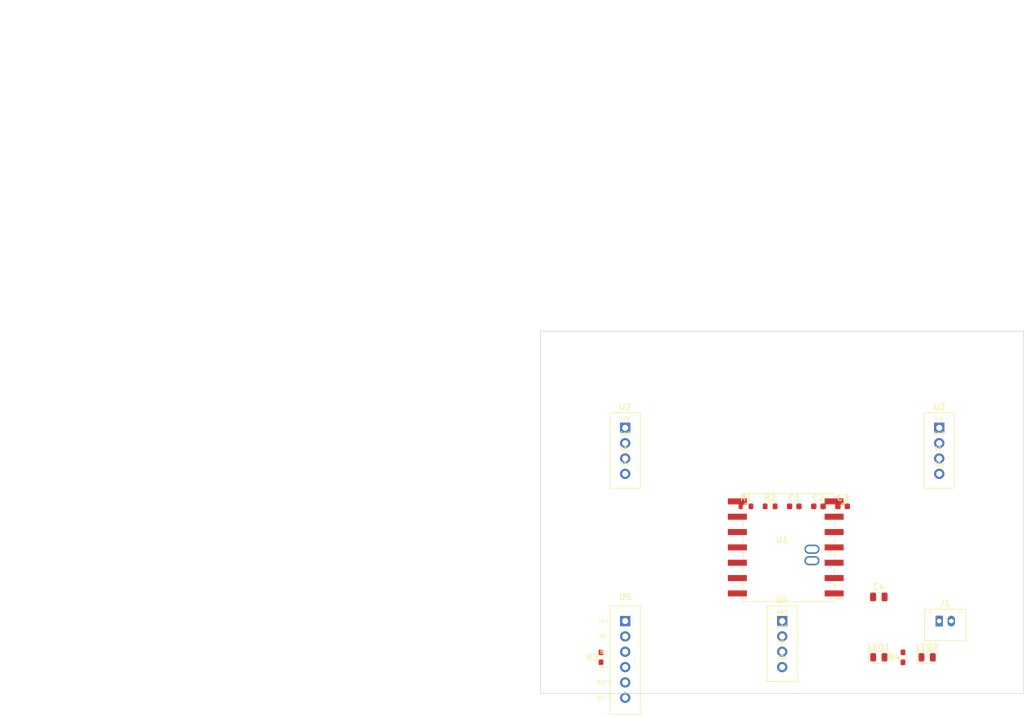
<source format=kicad_pcb>
(kicad_pcb (version 20231120) (generator "kicad_mcp") (generator_version "9.0")
  (layers (0 "F.Cu" signal) (31 "B.Cu" signal) (36 "B.SilkS" user "B.Silkscreen") (37 "F.SilkS" user "F.Silkscreen") (38 "B.Mask" user) (39 "F.Mask" user) (44 "Edge.Cuts" user))
  (net 0 "")
  (gr_rect (start 10.0 10.0) (end 90.0 70.0) (stroke (width 0.1)) (fill none) (layer "Edge.Cuts"))
  (footprint "AirQuality:XIAO_ESP32C3" (at 50.0 44.0 180.0) (layer "F.Cu")
    (fp_text reference "U1" (at 0 -0.5 unlocked) (layer "F.SilkS"))
    (fp_text value "XIAO_ESP32C3")
    (fp_line (start -10.115 -10.18) (end -8.675 -10.18) (stroke (width 0.12)) (layer "F.SilkS"))
    (fp_line (start -8.675 -10.75) (end -8.675 -10.18) (stroke (width 0.12)) (layer "F.SilkS"))
    (fp_line (start -8.675 -10.75) (end 6.5 -10.75) (stroke (width 0.12)) (layer "F.SilkS"))
    (fp_line (start -8.675 -8.66) (end -8.675 -7.64) (stroke (width 0.12)) (layer "F.SilkS"))
    (fp_line (start -8.675 -6.12) (end -8.675 -5.1) (stroke (width 0.12)) (layer "F.SilkS"))
    (fp_line (start -8.675 -3.58) (end -8.675 -2.56) (stroke (width 0.12)) (layer "F.SilkS"))
    (fp_line (start -8.675 -1.04) (end -8.675 -0.02) (stroke (width 0.12)) (layer "F.SilkS"))
    (fp_line (start -8.675 1.5) (end -8.675 2.52) (stroke (width 0.12)) (layer "F.SilkS"))
    (fp_line (start -8.675 4.04) (end -8.675 5.06) (stroke (width 0.12)) (layer "F.SilkS"))
    (fp_line (start -8.675 6.58) (end -8.675 7.15) (stroke (width 0.12)) (layer "F.SilkS"))
    (fp_line (start -8.675 7.15) (end 6.5 7.15) (stroke (width 0.12)) (layer "F.SilkS"))
    (fp_line (start 6.5 -10.75) (end 6.5 -10.18) (stroke (width 0.12)) (layer "F.SilkS"))
    (fp_line (start 6.5 -8.66) (end 6.5 -7.64) (stroke (width 0.12)) (layer "F.SilkS"))
    (fp_line (start 6.5 -6.12) (end 6.5 -5.1) (stroke (width 0.12)) (layer "F.SilkS"))
    (fp_line (start 6.5 -3.58) (end 6.5 -2.56) (stroke (width 0.12)) (layer "F.SilkS"))
    (fp_line (start 6.5 -1.04) (end 6.5 -0.02) (stroke (width 0.12)) (layer "F.SilkS"))
    (fp_line (start 6.5 1.5) (end 6.5 2.52) (stroke (width 0.12)) (layer "F.SilkS"))
    (fp_line (start 6.5 4.04) (end 6.5 5.06) (stroke (width 0.12)) (layer "F.SilkS"))
    (fp_line (start 6.5 6.58) (end 6.5 7.15) (stroke (width 0.12)) (layer "F.SilkS"))
    (pad "1" smd rect (at -8.6 -9.42) (size 3.15 1) (layers "F.Cu" "F.Paste" "F.Mask"))
    (pad "2" smd rect (at -8.6 -6.88) (size 3.15 1) (layers "F.Cu" "F.Paste" "F.Mask"))
    (pad "3" smd rect (at -8.6 -4.34) (size 3.15 1) (layers "F.Cu" "F.Paste" "F.Mask"))
    (pad "4" smd rect (at -8.6 -1.8) (size 3.15 1) (layers "F.Cu" "F.Paste" "F.Mask"))
    (pad "5" smd rect (at -8.6 0.74) (size 3.15 1) (layers "F.Cu" "F.Paste" "F.Mask"))
    (pad "6" smd rect (at -8.6 3.28) (size 3.15 1) (layers "F.Cu" "F.Paste" "F.Mask"))
    (pad "7" smd rect (at -8.6 5.82) (size 3.15 1) (layers "F.Cu" "F.Paste" "F.Mask"))
    (pad "8" smd rect (at 7.425 5.82) (size 3.15 1) (layers "F.Cu" "F.Paste" "F.Mask"))
    (pad "9" smd rect (at 7.425 3.28) (size 3.15 1) (layers "F.Cu" "F.Paste" "F.Mask"))
    (pad "10" smd rect (at 7.425 0.74) (size 3.15 1) (layers "F.Cu" "F.Paste" "F.Mask"))
    (pad "11" smd rect (at 7.425 -1.8) (size 3.15 1) (layers "F.Cu" "F.Paste" "F.Mask"))
    (pad "12" smd rect (at 7.425 -4.34) (size 3.15 1) (layers "F.Cu" "F.Paste" "F.Mask"))
    (pad "13" smd rect (at 7.425 -6.88) (size 3.15 1) (layers "F.Cu" "F.Paste" "F.Mask"))
    (pad "14" smd rect (at 7.425 -9.42) (size 3.15 1) (layers "F.Cu" "F.Paste" "F.Mask"))
    (pad "B+" thru_hole oval (at -4.94 -2.1) (size 2.5 1.5) (drill oval 2 1) (layers "*.Cu" "*.Mask"))
    (pad "B-" thru_hole oval (at -4.929 -4) (size 2.5 1.5) (drill oval 2 1) (layers "*.Cu" "*.Mask"))
  )
  (footprint "AirQuality:Adafruit_SCD41" (at 24.0 26.0) (layer "F.Cu")
    (fp_text reference "U2" (at 0 -3.5) (layer "F.SilkS"))
    (fp_text value "Adafruit_SCD41")
    (fp_text user "VIN" (at 0 -1.5) (layer "F.SilkS") (effects (font (size 0.6 0.6) (thickness 0.1))))
    (fp_text user "GND" (at 0 1) (layer "F.SilkS") (effects (font (size 0.6 0.6) (thickness 0.1))))
    (fp_text user "SCL" (at 0 3.5) (layer "F.SilkS") (effects (font (size 0.6 0.6) (thickness 0.1))))
    (fp_text user "SDA" (at 0 6) (layer "F.SilkS") (effects (font (size 0.6 0.6) (thickness 0.1))))
    (fp_line (start -2.5 -2.5) (end 2.5 -2.5) (layer "F.SilkS") (stroke (width 0.12)))
    (fp_line (start 2.5 -2.5) (end 2.5 10) (layer "F.SilkS") (stroke (width 0.12)))
    (fp_line (start 2.5 10) (end -2.5 10) (layer "F.SilkS") (stroke (width 0.12)))
    (fp_line (start -2.5 10) (end -2.5 -2.5) (layer "F.SilkS") (stroke (width 0.12)))
    (pad "1" thru_hole rect (at 0 0) (size 1.7 1.7) (drill 1.0) (layers "*.Cu" "*.Mask") (property "Pad Name" "VIN"))
    (pad "2" thru_hole oval (at 0 2.54) (size 1.7 1.7) (drill 1.0) (layers "*.Cu" "*.Mask") (property "Pad Name" "GND"))
    (pad "3" thru_hole oval (at 0 5.08) (size 1.7 1.7) (drill 1.0) (layers "*.Cu" "*.Mask") (property "Pad Name" "SCL"))
    (pad "4" thru_hole oval (at 0 7.62) (size 1.7 1.7) (drill 1.0) (layers "*.Cu" "*.Mask") (property "Pad Name" "SDA"))
  )
  (footprint "AirQuality:Adafruit_SGP41" (at 76.0 26.0) (layer "F.Cu")
    (fp_text reference "U3" (at 0 -3.5) (layer "F.SilkS"))
    (fp_text value "Adafruit_SGP41")
    (fp_text user "VIN" (at 0 -1.5) (layer "F.SilkS") (effects (font (size 0.6 0.6) (thickness 0.1))))
    (fp_text user "GND" (at 0 1) (layer "F.SilkS") (effects (font (size 0.6 0.6) (thickness 0.1))))
    (fp_text user "SCL" (at 0 3.5) (layer "F.SilkS") (effects (font (size 0.6 0.6) (thickness 0.1))))
    (fp_text user "SDA" (at 0 6) (layer "F.SilkS") (effects (font (size 0.6 0.6) (thickness 0.1))))
    (fp_line (start -2.5 -2.5) (end 2.5 -2.5) (layer "F.SilkS") (stroke (width 0.12)))
    (fp_line (start 2.5 -2.5) (end 2.5 10) (layer "F.SilkS") (stroke (width 0.12)))
    (fp_line (start 2.5 10) (end -2.5 10) (layer "F.SilkS") (stroke (width 0.12)))
    (fp_line (start -2.5 10) (end -2.5 -2.5) (layer "F.SilkS") (stroke (width 0.12)))
    (pad "1" thru_hole rect (at 0 0) (size 1.7 1.7) (drill 1.0) (layers "*.Cu" "*.Mask") (property "Pad Name" "VIN"))
    (pad "2" thru_hole oval (at 0 2.54) (size 1.7 1.7) (drill 1.0) (layers "*.Cu" "*.Mask") (property "Pad Name" "GND"))
    (pad "3" thru_hole oval (at 0 5.08) (size 1.7 1.7) (drill 1.0) (layers "*.Cu" "*.Mask") (property "Pad Name" "SCL"))
    (pad "4" thru_hole oval (at 0 7.62) (size 1.7 1.7) (drill 1.0) (layers "*.Cu" "*.Mask") (property "Pad Name" "SDA"))
  )
  (footprint "AirQuality:SSD1306_OLED_128x64" (at 50.0 58.0) (layer "F.Cu")
    (fp_text reference "U4" (at 0 -3.5) (layer "F.SilkS"))
    (fp_text value "SSD1306_OLED_128x64")
    (fp_text user "GND" (at 0 -1.5) (layer "F.SilkS") (effects (font (size 0.6 0.6) (thickness 0.1))))
    (fp_text user "VCC" (at 0 1) (layer "F.SilkS") (effects (font (size 0.6 0.6) (thickness 0.1))))
    (fp_text user "SCL" (at 0 3.5) (layer "F.SilkS") (effects (font (size 0.6 0.6) (thickness 0.1))))
    (fp_text user "SDA" (at 0 6) (layer "F.SilkS") (effects (font (size 0.6 0.6) (thickness 0.1))))
    (fp_line (start -2.5 -2.5) (end 2.5 -2.5) (layer "F.SilkS") (stroke (width 0.12)))
    (fp_line (start 2.5 -2.5) (end 2.5 10) (layer "F.SilkS") (stroke (width 0.12)))
    (fp_line (start 2.5 10) (end -2.5 10) (layer "F.SilkS") (stroke (width 0.12)))
    (fp_line (start -2.5 10) (end -2.5 -2.5) (layer "F.SilkS") (stroke (width 0.12)))
    (pad "1" thru_hole rect (at 0 0) (size 1.7 1.7) (drill 1.0) (layers "*.Cu" "*.Mask") (property "Pad Name" "GND"))
    (pad "2" thru_hole oval (at 0 2.54) (size 1.7 1.7) (drill 1.0) (layers "*.Cu" "*.Mask") (property "Pad Name" "VCC"))
    (pad "3" thru_hole oval (at 0 5.08) (size 1.7 1.7) (drill 1.0) (layers "*.Cu" "*.Mask") (property "Pad Name" "SCL"))
    (pad "4" thru_hole oval (at 0 7.62) (size 1.7 1.7) (drill 1.0) (layers "*.Cu" "*.Mask") (property "Pad Name" "SDA"))
  )
  (footprint "AirQuality:TP4056_USB-C_Module" (at 24.0 58.0) (layer "F.Cu")
    (fp_text reference "U5" (at 0 -4) (layer "F.SilkS"))
    (fp_text value "TP4056_USB-C_Module")
    (fp_text user "IN+" (at -3.5 0) (layer "F.SilkS") (effects (font (size 0.6 0.6) (thickness 0.1))))
    (fp_text user "IN-" (at -3.5 2.54) (layer "F.SilkS") (effects (font (size 0.6 0.6) (thickness 0.1))))
    (fp_text user "B+" (at -3.5 5.08) (layer "F.SilkS") (effects (font (size 0.6 0.6) (thickness 0.1))))
    (fp_text user "B-" (at -3.5 7.62) (layer "F.SilkS") (effects (font (size 0.6 0.6) (thickness 0.1))))
    (fp_text user "OUT+" (at -3.5 10.16) (layer "F.SilkS") (effects (font (size 0.6 0.6) (thickness 0.1))))
    (fp_text user "OUT-" (at -3.5 12.7) (layer "F.SilkS") (effects (font (size 0.6 0.6) (thickness 0.1))))
    (fp_line (start -2.5 -2.5) (end 2.5 -2.5) (layer "F.SilkS") (stroke (width 0.12)))
    (fp_line (start 2.5 -2.5) (end 2.5 15.5) (layer "F.SilkS") (stroke (width 0.12)))
    (fp_line (start 2.5 15.5) (end -2.5 15.5) (layer "F.SilkS") (stroke (width 0.12)))
    (fp_line (start -2.5 15.5) (end -2.5 -2.5) (layer "F.SilkS") (stroke (width 0.12)))
    (pad "1" thru_hole rect (at 0 0) (size 1.7 1.7) (drill 1.0) (layers "*.Cu" "*.Mask") (property "Pad Name" "IN+"))
    (pad "2" thru_hole oval (at 0 2.54) (size 1.7 1.7) (drill 1.0) (layers "*.Cu" "*.Mask") (property "Pad Name" "IN-"))
    (pad "3" thru_hole oval (at 0 5.08) (size 1.7 1.7) (drill 1.0) (layers "*.Cu" "*.Mask") (property "Pad Name" "B+"))
    (pad "4" thru_hole oval (at 0 7.62) (size 1.7 1.7) (drill 1.0) (layers "*.Cu" "*.Mask") (property "Pad Name" "B-"))
    (pad "5" thru_hole oval (at 0 10.16) (size 1.7 1.7) (drill 1.0) (layers "*.Cu" "*.Mask") (property "Pad Name" "OUT+"))
    (pad "6" thru_hole oval (at 0 12.7) (size 1.7 1.7) (drill 1.0) (layers "*.Cu" "*.Mask") (property "Pad Name" "OUT-"))
  )
  (footprint "AirQuality:JST_PH_2pin_Battery" (at 76.0 58.0) (layer "F.Cu")
    (fp_text reference "J1" (at 1 -3) (layer "F.SilkS"))
    (fp_text value "JST_PH_2pin_Battery")
    (fp_text user "+" (at -1.5 -1.5) (layer "F.SilkS") (effects (font (size 0.8 0.8) (thickness 0.12))))
    (fp_text user "-" (at 3.5 -1.5) (layer "F.SilkS") (effects (font (size 0.8 0.8) (thickness 0.12))))
    (fp_line (start -2.45 -1.95) (end -2.45 3.25) (layer "F.SilkS") (stroke (width 0.12)))
    (fp_line (start -2.45 3.25) (end 4.45 3.25) (layer "F.SilkS") (stroke (width 0.12)))
    (fp_line (start 4.45 3.25) (end 4.45 -1.95) (layer "F.SilkS") (stroke (width 0.12)))
    (fp_line (start 4.45 -1.95) (end -2.45 -1.95) (layer "F.SilkS") (stroke (width 0.12)))
    (pad "1" thru_hole rect (at 0 0) (size 1.2 1.75) (drill 0.75) (layers "*.Cu" "*.Mask") (property "Pad Name" "VBAT"))
    (pad "2" thru_hole oval (at 2 0) (size 1.2 1.75) (drill 0.75) (layers "*.Cu" "*.Mask") (property "Pad Name" "GND"))
  )
  (footprint "Resistor_SMD:R_0603_1608Metric" (at 44.0 39.0) (layer "F.Cu")
    (property "Reference" "R1" (at 0 -1.43 0) (layer "F.SilkS"))
    (property "Value" "4.7k")
    (fp_line (start -0.237258 -0.5225) (end 0.237258 -0.5225) (stroke (width 0.12)) (layer "F.SilkS"))
    (fp_line (start -0.237258 0.5225) (end 0.237258 0.5225) (stroke (width 0.12)) (layer "F.SilkS"))
    (pad "1" smd roundrect (at -0.825 0) (size 0.8 0.95) (layers "F.Cu" "F.Mask" "F.Paste"))
    (pad "2" smd roundrect (at 0.825 0) (size 0.8 0.95) (layers "F.Cu" "F.Mask" "F.Paste"))
  )
  (footprint "Resistor_SMD:R_0603_1608Metric" (at 48.0 39.0) (layer "F.Cu")
    (property "Reference" "R2" (at 0 -1.43 0) (layer "F.SilkS"))
    (property "Value" "4.7k")
    (fp_line (start -0.237258 -0.5225) (end 0.237258 -0.5225) (stroke (width 0.12)) (layer "F.SilkS"))
    (fp_line (start -0.237258 0.5225) (end 0.237258 0.5225) (stroke (width 0.12)) (layer "F.SilkS"))
    (pad "1" smd roundrect (at -0.825 0) (size 0.8 0.95) (layers "F.Cu" "F.Mask" "F.Paste"))
    (pad "2" smd roundrect (at 0.825 0) (size 0.8 0.95) (layers "F.Cu" "F.Mask" "F.Paste"))
  )
  (footprint "Resistor_SMD:R_0603_1608Metric" (at 20.0 64.0 90.0) (layer "F.Cu")
    (property "Reference" "R3" (at 0 -1.43 0) (layer "F.SilkS"))
    (property "Value" "1.2k")
    (fp_line (start -0.237258 -0.5225) (end 0.237258 -0.5225) (stroke (width 0.12)) (layer "F.SilkS"))
    (fp_line (start -0.237258 0.5225) (end 0.237258 0.5225) (stroke (width 0.12)) (layer "F.SilkS"))
    (pad "1" smd roundrect (at -0.825 0) (size 0.8 0.95) (layers "F.Cu" "F.Mask" "F.Paste"))
    (pad "2" smd roundrect (at 0.825 0) (size 0.8 0.95) (layers "F.Cu" "F.Mask" "F.Paste"))
  )
  (footprint "Resistor_SMD:R_0603_1608Metric" (at 70.0 64.0 90.0) (layer "F.Cu")
    (property "Reference" "R4" (at 0 -1.43 0) (layer "F.SilkS"))
    (property "Value" "1k")
    (fp_line (start -0.237258 -0.5225) (end 0.237258 -0.5225) (stroke (width 0.12)) (layer "F.SilkS"))
    (fp_line (start -0.237258 0.5225) (end 0.237258 0.5225) (stroke (width 0.12)) (layer "F.SilkS"))
    (pad "1" smd roundrect (at -0.825 0) (size 0.8 0.95) (layers "F.Cu" "F.Mask" "F.Paste"))
    (pad "2" smd roundrect (at 0.825 0) (size 0.8 0.95) (layers "F.Cu" "F.Mask" "F.Paste"))
  )
  (footprint "Capacitor_SMD:C_0603_1608Metric" (at 52.0 39.0) (layer "F.Cu")
    (property "Reference" "C1" (at 0 -1.43 0) (layer "F.SilkS"))
    (property "Value" "100nF")
    (fp_line (start -0.14058 -0.51) (end 0.14058 -0.51) (stroke (width 0.12)) (layer "F.SilkS"))
    (fp_line (start -0.14058 0.51) (end 0.14058 0.51) (stroke (width 0.12)) (layer "F.SilkS"))
    (pad "1" smd roundrect (at -0.775 0) (size 0.9 0.95) (layers "F.Cu" "F.Mask" "F.Paste"))
    (pad "2" smd roundrect (at 0.775 0) (size 0.9 0.95) (layers "F.Cu" "F.Mask" "F.Paste"))
  )
  (footprint "Capacitor_SMD:C_0603_1608Metric" (at 56.0 39.0) (layer "F.Cu")
    (property "Reference" "C2" (at 0 -1.43 0) (layer "F.SilkS"))
    (property "Value" "100nF")
    (fp_line (start -0.14058 -0.51) (end 0.14058 -0.51) (stroke (width 0.12)) (layer "F.SilkS"))
    (fp_line (start -0.14058 0.51) (end 0.14058 0.51) (stroke (width 0.12)) (layer "F.SilkS"))
    (pad "1" smd roundrect (at -0.775 0) (size 0.9 0.95) (layers "F.Cu" "F.Mask" "F.Paste"))
    (pad "2" smd roundrect (at 0.775 0) (size 0.9 0.95) (layers "F.Cu" "F.Mask" "F.Paste"))
  )
  (footprint "Capacitor_SMD:C_0603_1608Metric" (at 60.0 39.0) (layer "F.Cu")
    (property "Reference" "C3" (at 0 -1.43 0) (layer "F.SilkS"))
    (property "Value" "100nF")
    (fp_line (start -0.14058 -0.51) (end 0.14058 -0.51) (stroke (width 0.12)) (layer "F.SilkS"))
    (fp_line (start -0.14058 0.51) (end 0.14058 0.51) (stroke (width 0.12)) (layer "F.SilkS"))
    (pad "1" smd roundrect (at -0.775 0) (size 0.9 0.95) (layers "F.Cu" "F.Mask" "F.Paste"))
    (pad "2" smd roundrect (at 0.775 0) (size 0.9 0.95) (layers "F.Cu" "F.Mask" "F.Paste"))
  )
  (footprint "Capacitor_SMD:C_0805_2012Metric" (at 66.0 54.0) (layer "F.Cu")
    (property "Reference" "C4" (at 0 -1.68 0) (layer "F.SilkS"))
    (property "Value" "10uF")
    (fp_line (start -0.261252 -0.735) (end 0.261252 -0.735) (stroke (width 0.12)) (layer "F.SilkS"))
    (fp_line (start -0.261252 0.735) (end 0.261252 0.735) (stroke (width 0.12)) (layer "F.SilkS"))
    (pad "1" smd roundrect (at -0.95 0) (size 1 1.45) (layers "F.Cu" "F.Mask" "F.Paste"))
    (pad "2" smd roundrect (at 0.95 0) (size 1 1.45) (layers "F.Cu" "F.Mask" "F.Paste"))
  )
  (footprint "LED_SMD:LED_0805_2012Metric" (at 66.0 64.0) (layer "F.Cu")
    (property "Reference" "LED1" (at 0 -1.65 0) (layer "F.SilkS"))
    (property "Value" "RED")
    (fp_line (start -1.685 -0.96) (end -1.685 0.96) (stroke (width 0.12)) (layer "F.SilkS"))
    (fp_line (start -1.685 0.96) (end 1 0.96) (stroke (width 0.12)) (layer "F.SilkS"))
    (fp_line (start 1 -0.96) (end -1.685 -0.96) (stroke (width 0.12)) (layer "F.SilkS"))
    (pad "1" smd roundrect (at -0.9375 0) (size 0.975 1.4) (layers "F.Cu" "F.Mask" "F.Paste"))
    (pad "2" smd roundrect (at 0.9375 0) (size 0.975 1.4) (layers "F.Cu" "F.Mask" "F.Paste"))
  )
  (footprint "LED_SMD:LED_0805_2012Metric" (at 74.0 64.0) (layer "F.Cu")
    (property "Reference" "LED2" (at 0 -1.65 0) (layer "F.SilkS"))
    (property "Value" "GREEN")
    (fp_line (start -1.685 -0.96) (end -1.685 0.96) (stroke (width 0.12)) (layer "F.SilkS"))
    (fp_line (start -1.685 0.96) (end 1 0.96) (stroke (width 0.12)) (layer "F.SilkS"))
    (fp_line (start 1 -0.96) (end -1.685 -0.96) (stroke (width 0.12)) (layer "F.SilkS"))
    (pad "1" smd roundrect (at -0.9375 0) (size 0.975 1.4) (layers "F.Cu" "F.Mask" "F.Paste"))
    (pad "2" smd roundrect (at 0.9375 0) (size 0.975 1.4) (layers "F.Cu" "F.Mask" "F.Paste"))
  )
)
</source>
